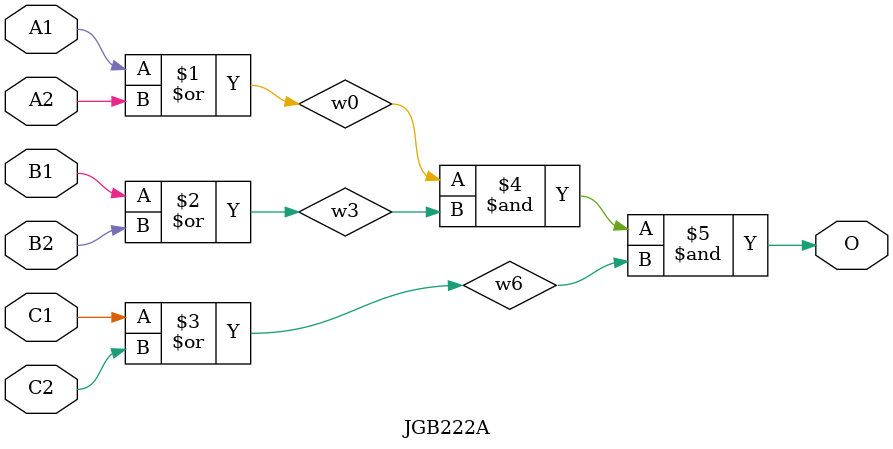
<source format=v>
module JGB222A(A1, A2, B1, B2, C1, C2, O);
input   A1;
input   A2;
input   B1;
input   B2;
input   C1;
input   C2;
output  O;
or g0(w0, A1, A2);
or g1(w3, B1, B2);
or g2(w6, C1, C2);
and g3(O, w0, w3, w6);
endmodule
</source>
